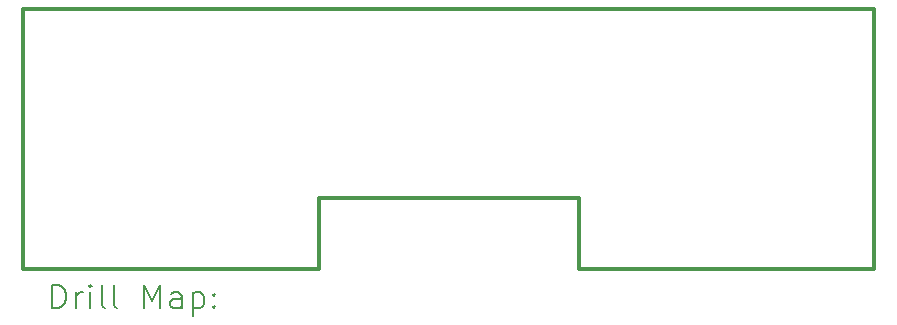
<source format=gbr>
%TF.GenerationSoftware,KiCad,Pcbnew,7.0.10-7.0.10~ubuntu22.04.1*%
%TF.CreationDate,2024-08-03T23:28:18-07:00*%
%TF.ProjectId,cheating-calc,63686561-7469-46e6-972d-63616c632e6b,rev?*%
%TF.SameCoordinates,Original*%
%TF.FileFunction,Drillmap*%
%TF.FilePolarity,Positive*%
%FSLAX45Y45*%
G04 Gerber Fmt 4.5, Leading zero omitted, Abs format (unit mm)*
G04 Created by KiCad (PCBNEW 7.0.10-7.0.10~ubuntu22.04.1) date 2024-08-03 23:28:18*
%MOMM*%
%LPD*%
G01*
G04 APERTURE LIST*
%ADD10C,0.357380*%
%ADD11C,0.200000*%
G04 APERTURE END LIST*
D10*
X11034401Y-5207000D02*
X8534400Y-5207000D01*
X13234422Y-5207000D02*
X11034401Y-5207000D01*
X15734426Y-5207000D02*
X13234422Y-5207000D01*
X15734426Y-7407020D02*
X15734426Y-5207000D01*
X13234423Y-7407020D02*
X15734426Y-7407020D01*
X13234423Y-6807005D02*
X13234423Y-7407020D01*
X11034402Y-6807005D02*
X13234423Y-6807005D01*
X11034402Y-7407020D02*
X11034402Y-6807005D01*
X8534400Y-7407020D02*
X11034402Y-7407020D01*
X8534400Y-5207000D02*
X8534400Y-7407020D01*
D11*
X8777308Y-7736373D02*
X8777308Y-7536373D01*
X8777308Y-7536373D02*
X8824927Y-7536373D01*
X8824927Y-7536373D02*
X8853498Y-7545897D01*
X8853498Y-7545897D02*
X8872546Y-7564945D01*
X8872546Y-7564945D02*
X8882070Y-7583992D01*
X8882070Y-7583992D02*
X8891594Y-7622087D01*
X8891594Y-7622087D02*
X8891594Y-7650659D01*
X8891594Y-7650659D02*
X8882070Y-7688754D01*
X8882070Y-7688754D02*
X8872546Y-7707802D01*
X8872546Y-7707802D02*
X8853498Y-7726849D01*
X8853498Y-7726849D02*
X8824927Y-7736373D01*
X8824927Y-7736373D02*
X8777308Y-7736373D01*
X8977308Y-7736373D02*
X8977308Y-7603040D01*
X8977308Y-7641135D02*
X8986832Y-7622087D01*
X8986832Y-7622087D02*
X8996355Y-7612564D01*
X8996355Y-7612564D02*
X9015403Y-7603040D01*
X9015403Y-7603040D02*
X9034451Y-7603040D01*
X9101117Y-7736373D02*
X9101117Y-7603040D01*
X9101117Y-7536373D02*
X9091594Y-7545897D01*
X9091594Y-7545897D02*
X9101117Y-7555421D01*
X9101117Y-7555421D02*
X9110641Y-7545897D01*
X9110641Y-7545897D02*
X9101117Y-7536373D01*
X9101117Y-7536373D02*
X9101117Y-7555421D01*
X9224927Y-7736373D02*
X9205879Y-7726849D01*
X9205879Y-7726849D02*
X9196355Y-7707802D01*
X9196355Y-7707802D02*
X9196355Y-7536373D01*
X9329689Y-7736373D02*
X9310641Y-7726849D01*
X9310641Y-7726849D02*
X9301117Y-7707802D01*
X9301117Y-7707802D02*
X9301117Y-7536373D01*
X9558260Y-7736373D02*
X9558260Y-7536373D01*
X9558260Y-7536373D02*
X9624927Y-7679230D01*
X9624927Y-7679230D02*
X9691594Y-7536373D01*
X9691594Y-7536373D02*
X9691594Y-7736373D01*
X9872546Y-7736373D02*
X9872546Y-7631611D01*
X9872546Y-7631611D02*
X9863022Y-7612564D01*
X9863022Y-7612564D02*
X9843975Y-7603040D01*
X9843975Y-7603040D02*
X9805879Y-7603040D01*
X9805879Y-7603040D02*
X9786832Y-7612564D01*
X9872546Y-7726849D02*
X9853498Y-7736373D01*
X9853498Y-7736373D02*
X9805879Y-7736373D01*
X9805879Y-7736373D02*
X9786832Y-7726849D01*
X9786832Y-7726849D02*
X9777308Y-7707802D01*
X9777308Y-7707802D02*
X9777308Y-7688754D01*
X9777308Y-7688754D02*
X9786832Y-7669706D01*
X9786832Y-7669706D02*
X9805879Y-7660183D01*
X9805879Y-7660183D02*
X9853498Y-7660183D01*
X9853498Y-7660183D02*
X9872546Y-7650659D01*
X9967784Y-7603040D02*
X9967784Y-7803040D01*
X9967784Y-7612564D02*
X9986832Y-7603040D01*
X9986832Y-7603040D02*
X10024927Y-7603040D01*
X10024927Y-7603040D02*
X10043975Y-7612564D01*
X10043975Y-7612564D02*
X10053498Y-7622087D01*
X10053498Y-7622087D02*
X10063022Y-7641135D01*
X10063022Y-7641135D02*
X10063022Y-7698278D01*
X10063022Y-7698278D02*
X10053498Y-7717325D01*
X10053498Y-7717325D02*
X10043975Y-7726849D01*
X10043975Y-7726849D02*
X10024927Y-7736373D01*
X10024927Y-7736373D02*
X9986832Y-7736373D01*
X9986832Y-7736373D02*
X9967784Y-7726849D01*
X10148736Y-7717325D02*
X10158260Y-7726849D01*
X10158260Y-7726849D02*
X10148736Y-7736373D01*
X10148736Y-7736373D02*
X10139213Y-7726849D01*
X10139213Y-7726849D02*
X10148736Y-7717325D01*
X10148736Y-7717325D02*
X10148736Y-7736373D01*
X10148736Y-7612564D02*
X10158260Y-7622087D01*
X10158260Y-7622087D02*
X10148736Y-7631611D01*
X10148736Y-7631611D02*
X10139213Y-7622087D01*
X10139213Y-7622087D02*
X10148736Y-7612564D01*
X10148736Y-7612564D02*
X10148736Y-7631611D01*
M02*

</source>
